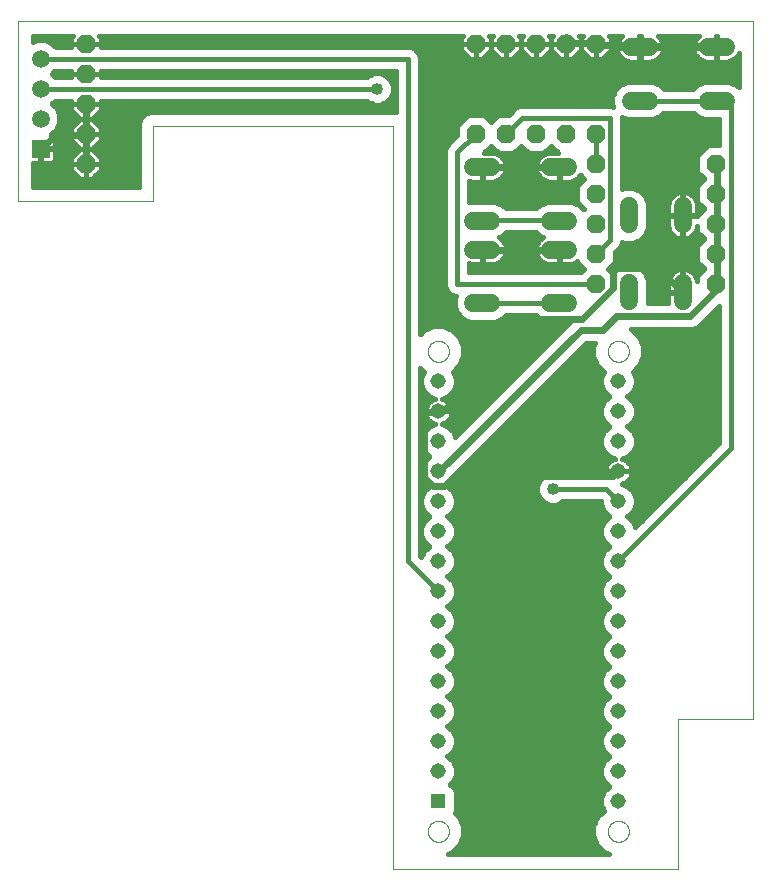
<source format=gbl>
G75*
%MOIN*%
%OFA0B0*%
%FSLAX25Y25*%
%IPPOS*%
%LPD*%
%AMOC8*
5,1,8,0,0,1.08239X$1,22.5*
%
%ADD10C,0.00000*%
%ADD11R,0.05150X0.05150*%
%ADD12C,0.05150*%
%ADD13R,0.05937X0.05937*%
%ADD14C,0.05937*%
%ADD15C,0.06000*%
%ADD16OC8,0.06300*%
%ADD17C,0.02400*%
%ADD18C,0.01600*%
%ADD19C,0.04000*%
D10*
X0126800Y0001800D02*
X0126800Y0249300D01*
X0046800Y0249300D01*
X0046800Y0224300D01*
X0001800Y0224300D01*
X0001800Y0284300D01*
X0246800Y0284300D01*
X0246800Y0051800D01*
X0221800Y0051800D01*
X0221800Y0001800D01*
X0126800Y0001800D01*
X0138300Y0014300D02*
X0138302Y0014418D01*
X0138308Y0014536D01*
X0138318Y0014654D01*
X0138332Y0014771D01*
X0138350Y0014888D01*
X0138372Y0015005D01*
X0138397Y0015120D01*
X0138427Y0015234D01*
X0138461Y0015348D01*
X0138498Y0015460D01*
X0138539Y0015571D01*
X0138584Y0015680D01*
X0138632Y0015788D01*
X0138684Y0015894D01*
X0138740Y0015999D01*
X0138799Y0016101D01*
X0138861Y0016201D01*
X0138927Y0016299D01*
X0138996Y0016395D01*
X0139069Y0016489D01*
X0139144Y0016580D01*
X0139223Y0016668D01*
X0139304Y0016754D01*
X0139389Y0016837D01*
X0139476Y0016917D01*
X0139565Y0016994D01*
X0139658Y0017068D01*
X0139752Y0017138D01*
X0139849Y0017206D01*
X0139949Y0017270D01*
X0140050Y0017331D01*
X0140153Y0017388D01*
X0140259Y0017442D01*
X0140366Y0017493D01*
X0140474Y0017539D01*
X0140584Y0017582D01*
X0140696Y0017621D01*
X0140809Y0017657D01*
X0140923Y0017688D01*
X0141038Y0017716D01*
X0141153Y0017740D01*
X0141270Y0017760D01*
X0141387Y0017776D01*
X0141505Y0017788D01*
X0141623Y0017796D01*
X0141741Y0017800D01*
X0141859Y0017800D01*
X0141977Y0017796D01*
X0142095Y0017788D01*
X0142213Y0017776D01*
X0142330Y0017760D01*
X0142447Y0017740D01*
X0142562Y0017716D01*
X0142677Y0017688D01*
X0142791Y0017657D01*
X0142904Y0017621D01*
X0143016Y0017582D01*
X0143126Y0017539D01*
X0143234Y0017493D01*
X0143341Y0017442D01*
X0143447Y0017388D01*
X0143550Y0017331D01*
X0143651Y0017270D01*
X0143751Y0017206D01*
X0143848Y0017138D01*
X0143942Y0017068D01*
X0144035Y0016994D01*
X0144124Y0016917D01*
X0144211Y0016837D01*
X0144296Y0016754D01*
X0144377Y0016668D01*
X0144456Y0016580D01*
X0144531Y0016489D01*
X0144604Y0016395D01*
X0144673Y0016299D01*
X0144739Y0016201D01*
X0144801Y0016101D01*
X0144860Y0015999D01*
X0144916Y0015894D01*
X0144968Y0015788D01*
X0145016Y0015680D01*
X0145061Y0015571D01*
X0145102Y0015460D01*
X0145139Y0015348D01*
X0145173Y0015234D01*
X0145203Y0015120D01*
X0145228Y0015005D01*
X0145250Y0014888D01*
X0145268Y0014771D01*
X0145282Y0014654D01*
X0145292Y0014536D01*
X0145298Y0014418D01*
X0145300Y0014300D01*
X0145298Y0014182D01*
X0145292Y0014064D01*
X0145282Y0013946D01*
X0145268Y0013829D01*
X0145250Y0013712D01*
X0145228Y0013595D01*
X0145203Y0013480D01*
X0145173Y0013366D01*
X0145139Y0013252D01*
X0145102Y0013140D01*
X0145061Y0013029D01*
X0145016Y0012920D01*
X0144968Y0012812D01*
X0144916Y0012706D01*
X0144860Y0012601D01*
X0144801Y0012499D01*
X0144739Y0012399D01*
X0144673Y0012301D01*
X0144604Y0012205D01*
X0144531Y0012111D01*
X0144456Y0012020D01*
X0144377Y0011932D01*
X0144296Y0011846D01*
X0144211Y0011763D01*
X0144124Y0011683D01*
X0144035Y0011606D01*
X0143942Y0011532D01*
X0143848Y0011462D01*
X0143751Y0011394D01*
X0143651Y0011330D01*
X0143550Y0011269D01*
X0143447Y0011212D01*
X0143341Y0011158D01*
X0143234Y0011107D01*
X0143126Y0011061D01*
X0143016Y0011018D01*
X0142904Y0010979D01*
X0142791Y0010943D01*
X0142677Y0010912D01*
X0142562Y0010884D01*
X0142447Y0010860D01*
X0142330Y0010840D01*
X0142213Y0010824D01*
X0142095Y0010812D01*
X0141977Y0010804D01*
X0141859Y0010800D01*
X0141741Y0010800D01*
X0141623Y0010804D01*
X0141505Y0010812D01*
X0141387Y0010824D01*
X0141270Y0010840D01*
X0141153Y0010860D01*
X0141038Y0010884D01*
X0140923Y0010912D01*
X0140809Y0010943D01*
X0140696Y0010979D01*
X0140584Y0011018D01*
X0140474Y0011061D01*
X0140366Y0011107D01*
X0140259Y0011158D01*
X0140153Y0011212D01*
X0140050Y0011269D01*
X0139949Y0011330D01*
X0139849Y0011394D01*
X0139752Y0011462D01*
X0139658Y0011532D01*
X0139565Y0011606D01*
X0139476Y0011683D01*
X0139389Y0011763D01*
X0139304Y0011846D01*
X0139223Y0011932D01*
X0139144Y0012020D01*
X0139069Y0012111D01*
X0138996Y0012205D01*
X0138927Y0012301D01*
X0138861Y0012399D01*
X0138799Y0012499D01*
X0138740Y0012601D01*
X0138684Y0012706D01*
X0138632Y0012812D01*
X0138584Y0012920D01*
X0138539Y0013029D01*
X0138498Y0013140D01*
X0138461Y0013252D01*
X0138427Y0013366D01*
X0138397Y0013480D01*
X0138372Y0013595D01*
X0138350Y0013712D01*
X0138332Y0013829D01*
X0138318Y0013946D01*
X0138308Y0014064D01*
X0138302Y0014182D01*
X0138300Y0014300D01*
X0198300Y0014300D02*
X0198302Y0014418D01*
X0198308Y0014536D01*
X0198318Y0014654D01*
X0198332Y0014771D01*
X0198350Y0014888D01*
X0198372Y0015005D01*
X0198397Y0015120D01*
X0198427Y0015234D01*
X0198461Y0015348D01*
X0198498Y0015460D01*
X0198539Y0015571D01*
X0198584Y0015680D01*
X0198632Y0015788D01*
X0198684Y0015894D01*
X0198740Y0015999D01*
X0198799Y0016101D01*
X0198861Y0016201D01*
X0198927Y0016299D01*
X0198996Y0016395D01*
X0199069Y0016489D01*
X0199144Y0016580D01*
X0199223Y0016668D01*
X0199304Y0016754D01*
X0199389Y0016837D01*
X0199476Y0016917D01*
X0199565Y0016994D01*
X0199658Y0017068D01*
X0199752Y0017138D01*
X0199849Y0017206D01*
X0199949Y0017270D01*
X0200050Y0017331D01*
X0200153Y0017388D01*
X0200259Y0017442D01*
X0200366Y0017493D01*
X0200474Y0017539D01*
X0200584Y0017582D01*
X0200696Y0017621D01*
X0200809Y0017657D01*
X0200923Y0017688D01*
X0201038Y0017716D01*
X0201153Y0017740D01*
X0201270Y0017760D01*
X0201387Y0017776D01*
X0201505Y0017788D01*
X0201623Y0017796D01*
X0201741Y0017800D01*
X0201859Y0017800D01*
X0201977Y0017796D01*
X0202095Y0017788D01*
X0202213Y0017776D01*
X0202330Y0017760D01*
X0202447Y0017740D01*
X0202562Y0017716D01*
X0202677Y0017688D01*
X0202791Y0017657D01*
X0202904Y0017621D01*
X0203016Y0017582D01*
X0203126Y0017539D01*
X0203234Y0017493D01*
X0203341Y0017442D01*
X0203447Y0017388D01*
X0203550Y0017331D01*
X0203651Y0017270D01*
X0203751Y0017206D01*
X0203848Y0017138D01*
X0203942Y0017068D01*
X0204035Y0016994D01*
X0204124Y0016917D01*
X0204211Y0016837D01*
X0204296Y0016754D01*
X0204377Y0016668D01*
X0204456Y0016580D01*
X0204531Y0016489D01*
X0204604Y0016395D01*
X0204673Y0016299D01*
X0204739Y0016201D01*
X0204801Y0016101D01*
X0204860Y0015999D01*
X0204916Y0015894D01*
X0204968Y0015788D01*
X0205016Y0015680D01*
X0205061Y0015571D01*
X0205102Y0015460D01*
X0205139Y0015348D01*
X0205173Y0015234D01*
X0205203Y0015120D01*
X0205228Y0015005D01*
X0205250Y0014888D01*
X0205268Y0014771D01*
X0205282Y0014654D01*
X0205292Y0014536D01*
X0205298Y0014418D01*
X0205300Y0014300D01*
X0205298Y0014182D01*
X0205292Y0014064D01*
X0205282Y0013946D01*
X0205268Y0013829D01*
X0205250Y0013712D01*
X0205228Y0013595D01*
X0205203Y0013480D01*
X0205173Y0013366D01*
X0205139Y0013252D01*
X0205102Y0013140D01*
X0205061Y0013029D01*
X0205016Y0012920D01*
X0204968Y0012812D01*
X0204916Y0012706D01*
X0204860Y0012601D01*
X0204801Y0012499D01*
X0204739Y0012399D01*
X0204673Y0012301D01*
X0204604Y0012205D01*
X0204531Y0012111D01*
X0204456Y0012020D01*
X0204377Y0011932D01*
X0204296Y0011846D01*
X0204211Y0011763D01*
X0204124Y0011683D01*
X0204035Y0011606D01*
X0203942Y0011532D01*
X0203848Y0011462D01*
X0203751Y0011394D01*
X0203651Y0011330D01*
X0203550Y0011269D01*
X0203447Y0011212D01*
X0203341Y0011158D01*
X0203234Y0011107D01*
X0203126Y0011061D01*
X0203016Y0011018D01*
X0202904Y0010979D01*
X0202791Y0010943D01*
X0202677Y0010912D01*
X0202562Y0010884D01*
X0202447Y0010860D01*
X0202330Y0010840D01*
X0202213Y0010824D01*
X0202095Y0010812D01*
X0201977Y0010804D01*
X0201859Y0010800D01*
X0201741Y0010800D01*
X0201623Y0010804D01*
X0201505Y0010812D01*
X0201387Y0010824D01*
X0201270Y0010840D01*
X0201153Y0010860D01*
X0201038Y0010884D01*
X0200923Y0010912D01*
X0200809Y0010943D01*
X0200696Y0010979D01*
X0200584Y0011018D01*
X0200474Y0011061D01*
X0200366Y0011107D01*
X0200259Y0011158D01*
X0200153Y0011212D01*
X0200050Y0011269D01*
X0199949Y0011330D01*
X0199849Y0011394D01*
X0199752Y0011462D01*
X0199658Y0011532D01*
X0199565Y0011606D01*
X0199476Y0011683D01*
X0199389Y0011763D01*
X0199304Y0011846D01*
X0199223Y0011932D01*
X0199144Y0012020D01*
X0199069Y0012111D01*
X0198996Y0012205D01*
X0198927Y0012301D01*
X0198861Y0012399D01*
X0198799Y0012499D01*
X0198740Y0012601D01*
X0198684Y0012706D01*
X0198632Y0012812D01*
X0198584Y0012920D01*
X0198539Y0013029D01*
X0198498Y0013140D01*
X0198461Y0013252D01*
X0198427Y0013366D01*
X0198397Y0013480D01*
X0198372Y0013595D01*
X0198350Y0013712D01*
X0198332Y0013829D01*
X0198318Y0013946D01*
X0198308Y0014064D01*
X0198302Y0014182D01*
X0198300Y0014300D01*
X0198300Y0174300D02*
X0198302Y0174418D01*
X0198308Y0174536D01*
X0198318Y0174654D01*
X0198332Y0174771D01*
X0198350Y0174888D01*
X0198372Y0175005D01*
X0198397Y0175120D01*
X0198427Y0175234D01*
X0198461Y0175348D01*
X0198498Y0175460D01*
X0198539Y0175571D01*
X0198584Y0175680D01*
X0198632Y0175788D01*
X0198684Y0175894D01*
X0198740Y0175999D01*
X0198799Y0176101D01*
X0198861Y0176201D01*
X0198927Y0176299D01*
X0198996Y0176395D01*
X0199069Y0176489D01*
X0199144Y0176580D01*
X0199223Y0176668D01*
X0199304Y0176754D01*
X0199389Y0176837D01*
X0199476Y0176917D01*
X0199565Y0176994D01*
X0199658Y0177068D01*
X0199752Y0177138D01*
X0199849Y0177206D01*
X0199949Y0177270D01*
X0200050Y0177331D01*
X0200153Y0177388D01*
X0200259Y0177442D01*
X0200366Y0177493D01*
X0200474Y0177539D01*
X0200584Y0177582D01*
X0200696Y0177621D01*
X0200809Y0177657D01*
X0200923Y0177688D01*
X0201038Y0177716D01*
X0201153Y0177740D01*
X0201270Y0177760D01*
X0201387Y0177776D01*
X0201505Y0177788D01*
X0201623Y0177796D01*
X0201741Y0177800D01*
X0201859Y0177800D01*
X0201977Y0177796D01*
X0202095Y0177788D01*
X0202213Y0177776D01*
X0202330Y0177760D01*
X0202447Y0177740D01*
X0202562Y0177716D01*
X0202677Y0177688D01*
X0202791Y0177657D01*
X0202904Y0177621D01*
X0203016Y0177582D01*
X0203126Y0177539D01*
X0203234Y0177493D01*
X0203341Y0177442D01*
X0203447Y0177388D01*
X0203550Y0177331D01*
X0203651Y0177270D01*
X0203751Y0177206D01*
X0203848Y0177138D01*
X0203942Y0177068D01*
X0204035Y0176994D01*
X0204124Y0176917D01*
X0204211Y0176837D01*
X0204296Y0176754D01*
X0204377Y0176668D01*
X0204456Y0176580D01*
X0204531Y0176489D01*
X0204604Y0176395D01*
X0204673Y0176299D01*
X0204739Y0176201D01*
X0204801Y0176101D01*
X0204860Y0175999D01*
X0204916Y0175894D01*
X0204968Y0175788D01*
X0205016Y0175680D01*
X0205061Y0175571D01*
X0205102Y0175460D01*
X0205139Y0175348D01*
X0205173Y0175234D01*
X0205203Y0175120D01*
X0205228Y0175005D01*
X0205250Y0174888D01*
X0205268Y0174771D01*
X0205282Y0174654D01*
X0205292Y0174536D01*
X0205298Y0174418D01*
X0205300Y0174300D01*
X0205298Y0174182D01*
X0205292Y0174064D01*
X0205282Y0173946D01*
X0205268Y0173829D01*
X0205250Y0173712D01*
X0205228Y0173595D01*
X0205203Y0173480D01*
X0205173Y0173366D01*
X0205139Y0173252D01*
X0205102Y0173140D01*
X0205061Y0173029D01*
X0205016Y0172920D01*
X0204968Y0172812D01*
X0204916Y0172706D01*
X0204860Y0172601D01*
X0204801Y0172499D01*
X0204739Y0172399D01*
X0204673Y0172301D01*
X0204604Y0172205D01*
X0204531Y0172111D01*
X0204456Y0172020D01*
X0204377Y0171932D01*
X0204296Y0171846D01*
X0204211Y0171763D01*
X0204124Y0171683D01*
X0204035Y0171606D01*
X0203942Y0171532D01*
X0203848Y0171462D01*
X0203751Y0171394D01*
X0203651Y0171330D01*
X0203550Y0171269D01*
X0203447Y0171212D01*
X0203341Y0171158D01*
X0203234Y0171107D01*
X0203126Y0171061D01*
X0203016Y0171018D01*
X0202904Y0170979D01*
X0202791Y0170943D01*
X0202677Y0170912D01*
X0202562Y0170884D01*
X0202447Y0170860D01*
X0202330Y0170840D01*
X0202213Y0170824D01*
X0202095Y0170812D01*
X0201977Y0170804D01*
X0201859Y0170800D01*
X0201741Y0170800D01*
X0201623Y0170804D01*
X0201505Y0170812D01*
X0201387Y0170824D01*
X0201270Y0170840D01*
X0201153Y0170860D01*
X0201038Y0170884D01*
X0200923Y0170912D01*
X0200809Y0170943D01*
X0200696Y0170979D01*
X0200584Y0171018D01*
X0200474Y0171061D01*
X0200366Y0171107D01*
X0200259Y0171158D01*
X0200153Y0171212D01*
X0200050Y0171269D01*
X0199949Y0171330D01*
X0199849Y0171394D01*
X0199752Y0171462D01*
X0199658Y0171532D01*
X0199565Y0171606D01*
X0199476Y0171683D01*
X0199389Y0171763D01*
X0199304Y0171846D01*
X0199223Y0171932D01*
X0199144Y0172020D01*
X0199069Y0172111D01*
X0198996Y0172205D01*
X0198927Y0172301D01*
X0198861Y0172399D01*
X0198799Y0172499D01*
X0198740Y0172601D01*
X0198684Y0172706D01*
X0198632Y0172812D01*
X0198584Y0172920D01*
X0198539Y0173029D01*
X0198498Y0173140D01*
X0198461Y0173252D01*
X0198427Y0173366D01*
X0198397Y0173480D01*
X0198372Y0173595D01*
X0198350Y0173712D01*
X0198332Y0173829D01*
X0198318Y0173946D01*
X0198308Y0174064D01*
X0198302Y0174182D01*
X0198300Y0174300D01*
X0138300Y0174300D02*
X0138302Y0174418D01*
X0138308Y0174536D01*
X0138318Y0174654D01*
X0138332Y0174771D01*
X0138350Y0174888D01*
X0138372Y0175005D01*
X0138397Y0175120D01*
X0138427Y0175234D01*
X0138461Y0175348D01*
X0138498Y0175460D01*
X0138539Y0175571D01*
X0138584Y0175680D01*
X0138632Y0175788D01*
X0138684Y0175894D01*
X0138740Y0175999D01*
X0138799Y0176101D01*
X0138861Y0176201D01*
X0138927Y0176299D01*
X0138996Y0176395D01*
X0139069Y0176489D01*
X0139144Y0176580D01*
X0139223Y0176668D01*
X0139304Y0176754D01*
X0139389Y0176837D01*
X0139476Y0176917D01*
X0139565Y0176994D01*
X0139658Y0177068D01*
X0139752Y0177138D01*
X0139849Y0177206D01*
X0139949Y0177270D01*
X0140050Y0177331D01*
X0140153Y0177388D01*
X0140259Y0177442D01*
X0140366Y0177493D01*
X0140474Y0177539D01*
X0140584Y0177582D01*
X0140696Y0177621D01*
X0140809Y0177657D01*
X0140923Y0177688D01*
X0141038Y0177716D01*
X0141153Y0177740D01*
X0141270Y0177760D01*
X0141387Y0177776D01*
X0141505Y0177788D01*
X0141623Y0177796D01*
X0141741Y0177800D01*
X0141859Y0177800D01*
X0141977Y0177796D01*
X0142095Y0177788D01*
X0142213Y0177776D01*
X0142330Y0177760D01*
X0142447Y0177740D01*
X0142562Y0177716D01*
X0142677Y0177688D01*
X0142791Y0177657D01*
X0142904Y0177621D01*
X0143016Y0177582D01*
X0143126Y0177539D01*
X0143234Y0177493D01*
X0143341Y0177442D01*
X0143447Y0177388D01*
X0143550Y0177331D01*
X0143651Y0177270D01*
X0143751Y0177206D01*
X0143848Y0177138D01*
X0143942Y0177068D01*
X0144035Y0176994D01*
X0144124Y0176917D01*
X0144211Y0176837D01*
X0144296Y0176754D01*
X0144377Y0176668D01*
X0144456Y0176580D01*
X0144531Y0176489D01*
X0144604Y0176395D01*
X0144673Y0176299D01*
X0144739Y0176201D01*
X0144801Y0176101D01*
X0144860Y0175999D01*
X0144916Y0175894D01*
X0144968Y0175788D01*
X0145016Y0175680D01*
X0145061Y0175571D01*
X0145102Y0175460D01*
X0145139Y0175348D01*
X0145173Y0175234D01*
X0145203Y0175120D01*
X0145228Y0175005D01*
X0145250Y0174888D01*
X0145268Y0174771D01*
X0145282Y0174654D01*
X0145292Y0174536D01*
X0145298Y0174418D01*
X0145300Y0174300D01*
X0145298Y0174182D01*
X0145292Y0174064D01*
X0145282Y0173946D01*
X0145268Y0173829D01*
X0145250Y0173712D01*
X0145228Y0173595D01*
X0145203Y0173480D01*
X0145173Y0173366D01*
X0145139Y0173252D01*
X0145102Y0173140D01*
X0145061Y0173029D01*
X0145016Y0172920D01*
X0144968Y0172812D01*
X0144916Y0172706D01*
X0144860Y0172601D01*
X0144801Y0172499D01*
X0144739Y0172399D01*
X0144673Y0172301D01*
X0144604Y0172205D01*
X0144531Y0172111D01*
X0144456Y0172020D01*
X0144377Y0171932D01*
X0144296Y0171846D01*
X0144211Y0171763D01*
X0144124Y0171683D01*
X0144035Y0171606D01*
X0143942Y0171532D01*
X0143848Y0171462D01*
X0143751Y0171394D01*
X0143651Y0171330D01*
X0143550Y0171269D01*
X0143447Y0171212D01*
X0143341Y0171158D01*
X0143234Y0171107D01*
X0143126Y0171061D01*
X0143016Y0171018D01*
X0142904Y0170979D01*
X0142791Y0170943D01*
X0142677Y0170912D01*
X0142562Y0170884D01*
X0142447Y0170860D01*
X0142330Y0170840D01*
X0142213Y0170824D01*
X0142095Y0170812D01*
X0141977Y0170804D01*
X0141859Y0170800D01*
X0141741Y0170800D01*
X0141623Y0170804D01*
X0141505Y0170812D01*
X0141387Y0170824D01*
X0141270Y0170840D01*
X0141153Y0170860D01*
X0141038Y0170884D01*
X0140923Y0170912D01*
X0140809Y0170943D01*
X0140696Y0170979D01*
X0140584Y0171018D01*
X0140474Y0171061D01*
X0140366Y0171107D01*
X0140259Y0171158D01*
X0140153Y0171212D01*
X0140050Y0171269D01*
X0139949Y0171330D01*
X0139849Y0171394D01*
X0139752Y0171462D01*
X0139658Y0171532D01*
X0139565Y0171606D01*
X0139476Y0171683D01*
X0139389Y0171763D01*
X0139304Y0171846D01*
X0139223Y0171932D01*
X0139144Y0172020D01*
X0139069Y0172111D01*
X0138996Y0172205D01*
X0138927Y0172301D01*
X0138861Y0172399D01*
X0138799Y0172499D01*
X0138740Y0172601D01*
X0138684Y0172706D01*
X0138632Y0172812D01*
X0138584Y0172920D01*
X0138539Y0173029D01*
X0138498Y0173140D01*
X0138461Y0173252D01*
X0138427Y0173366D01*
X0138397Y0173480D01*
X0138372Y0173595D01*
X0138350Y0173712D01*
X0138332Y0173829D01*
X0138318Y0173946D01*
X0138308Y0174064D01*
X0138302Y0174182D01*
X0138300Y0174300D01*
D11*
X0141800Y0024300D03*
D12*
X0141800Y0034300D03*
X0141800Y0044300D03*
X0141800Y0054300D03*
X0141800Y0064300D03*
X0141800Y0074300D03*
X0141800Y0084300D03*
X0141800Y0094300D03*
X0141800Y0104300D03*
X0141800Y0114300D03*
X0141800Y0124300D03*
X0141800Y0134300D03*
X0141800Y0144300D03*
X0141800Y0154300D03*
X0141800Y0164300D03*
X0201800Y0164300D03*
X0201800Y0154300D03*
X0201800Y0144300D03*
X0201800Y0134300D03*
X0201800Y0124300D03*
X0201800Y0114300D03*
X0201800Y0104300D03*
X0201800Y0094300D03*
X0201800Y0084300D03*
X0201800Y0074300D03*
X0201800Y0064300D03*
X0201800Y0054300D03*
X0201800Y0044300D03*
X0201800Y0034300D03*
X0201800Y0024300D03*
D13*
X0009300Y0241800D03*
D14*
X0009300Y0251800D03*
X0009300Y0261800D03*
X0009300Y0271800D03*
D15*
X0153500Y0235700D02*
X0159500Y0235700D01*
X0159500Y0217900D02*
X0153500Y0217900D01*
X0153500Y0208200D02*
X0159500Y0208200D01*
X0159500Y0190400D02*
X0153500Y0190400D01*
X0179100Y0190400D02*
X0185100Y0190400D01*
X0185100Y0208200D02*
X0179100Y0208200D01*
X0179100Y0217900D02*
X0185100Y0217900D01*
X0185100Y0235700D02*
X0179100Y0235700D01*
X0205400Y0222600D02*
X0205400Y0216600D01*
X0205400Y0197000D02*
X0205400Y0191000D01*
X0223200Y0191000D02*
X0223200Y0197000D01*
X0223200Y0216600D02*
X0223200Y0222600D01*
X0231600Y0257900D02*
X0237600Y0257900D01*
X0237600Y0275700D02*
X0231600Y0275700D01*
X0212000Y0275700D02*
X0206000Y0275700D01*
X0206000Y0257900D02*
X0212000Y0257900D01*
D16*
X0194300Y0246800D03*
X0194300Y0236800D03*
X0194300Y0226800D03*
X0194300Y0216800D03*
X0194300Y0206800D03*
X0194300Y0196800D03*
X0234300Y0196800D03*
X0234300Y0206800D03*
X0234300Y0216800D03*
X0234300Y0226800D03*
X0234300Y0236800D03*
X0194300Y0276800D03*
X0184300Y0276800D03*
X0174300Y0276800D03*
X0164300Y0276800D03*
X0154300Y0276800D03*
X0154300Y0246800D03*
X0164300Y0246800D03*
X0174300Y0246800D03*
X0184300Y0246800D03*
X0024300Y0246800D03*
X0024300Y0256800D03*
X0024300Y0266800D03*
X0024300Y0276800D03*
X0024300Y0236800D03*
D17*
X0024438Y0237154D01*
X0024438Y0245520D01*
X0024300Y0246800D01*
X0024438Y0247981D01*
X0024438Y0256347D01*
X0024300Y0256800D01*
X0024300Y0246800D02*
X0023946Y0246505D01*
X0014103Y0246505D01*
X0009674Y0242076D01*
X0009300Y0241800D01*
X0137135Y0153985D02*
X0137135Y0132331D01*
X0140087Y0129379D01*
X0143532Y0129379D01*
X0146977Y0132824D01*
X0200127Y0132824D01*
X0201603Y0134300D01*
X0201800Y0134300D01*
X0196682Y0181544D02*
X0189300Y0181544D01*
X0142056Y0134300D01*
X0141800Y0134300D01*
X0141564Y0153985D02*
X0137135Y0153985D01*
X0141564Y0153985D02*
X0141800Y0154300D01*
X0143040Y0153985D01*
X0174044Y0184989D01*
X0189792Y0184989D01*
X0200127Y0195324D01*
X0200127Y0202213D01*
X0214891Y0202213D01*
X0222765Y0194339D01*
X0223200Y0194000D01*
X0225717Y0185973D02*
X0234083Y0194339D01*
X0234083Y0196800D01*
X0234300Y0196800D01*
X0234576Y0197784D01*
X0234576Y0206643D01*
X0234300Y0206800D01*
X0234576Y0207627D01*
X0234576Y0216485D01*
X0234300Y0216800D01*
X0234576Y0217961D01*
X0234576Y0226328D01*
X0234300Y0226800D01*
X0234576Y0227804D01*
X0234576Y0236662D01*
X0234300Y0236800D01*
X0234600Y0275700D02*
X0234576Y0276032D01*
X0209969Y0276032D01*
X0209000Y0275700D01*
X0208985Y0276032D01*
X0208493Y0276524D01*
X0194713Y0276524D01*
X0194300Y0276800D01*
X0193237Y0277017D01*
X0184379Y0277017D01*
X0184300Y0276800D01*
X0182100Y0235700D02*
X0181918Y0235678D01*
X0156820Y0235678D01*
X0156500Y0235700D01*
X0156500Y0208200D02*
X0156820Y0208119D01*
X0181918Y0208119D01*
X0182100Y0208200D01*
X0201111Y0185973D02*
X0225717Y0185973D01*
X0201111Y0185973D02*
X0196682Y0181544D01*
D18*
X0193994Y0177144D02*
X0193500Y0175951D01*
X0193500Y0172649D01*
X0194764Y0169598D01*
X0196871Y0167491D01*
X0196025Y0165449D01*
X0196025Y0163151D01*
X0196904Y0161029D01*
X0198529Y0159404D01*
X0198781Y0159300D01*
X0198529Y0159196D01*
X0196904Y0157571D01*
X0196025Y0155449D01*
X0196025Y0153151D01*
X0196904Y0151029D01*
X0198529Y0149404D01*
X0198781Y0149300D01*
X0198529Y0149196D01*
X0196904Y0147571D01*
X0196025Y0145449D01*
X0196025Y0143151D01*
X0196904Y0141029D01*
X0198529Y0139404D01*
X0200649Y0138526D01*
X0200121Y0138354D01*
X0199507Y0138042D01*
X0198950Y0137637D01*
X0198463Y0137150D01*
X0198058Y0136593D01*
X0197746Y0135979D01*
X0197533Y0135324D01*
X0197425Y0134644D01*
X0197425Y0134300D01*
X0201800Y0134300D01*
X0206175Y0134300D01*
X0206175Y0134644D01*
X0206067Y0135324D01*
X0205854Y0135979D01*
X0205542Y0136593D01*
X0205137Y0137150D01*
X0204650Y0137637D01*
X0204093Y0138042D01*
X0203479Y0138354D01*
X0202951Y0138526D01*
X0205071Y0139404D01*
X0206696Y0141029D01*
X0207575Y0143151D01*
X0207575Y0145449D01*
X0206696Y0147571D01*
X0205071Y0149196D01*
X0204819Y0149300D01*
X0205071Y0149404D01*
X0206696Y0151029D01*
X0207575Y0153151D01*
X0207575Y0155449D01*
X0206696Y0157571D01*
X0205071Y0159196D01*
X0204819Y0159300D01*
X0205071Y0159404D01*
X0206696Y0161029D01*
X0207575Y0163151D01*
X0207575Y0165449D01*
X0206729Y0167491D01*
X0208836Y0169598D01*
X0210100Y0172649D01*
X0210100Y0175951D01*
X0208836Y0179002D01*
X0206502Y0181336D01*
X0205930Y0181573D01*
X0226593Y0181573D01*
X0228210Y0182243D01*
X0235497Y0189530D01*
X0235497Y0143831D01*
X0207440Y0115774D01*
X0206696Y0117571D01*
X0205071Y0119196D01*
X0204819Y0119300D01*
X0205071Y0119404D01*
X0206696Y0121029D01*
X0207575Y0123151D01*
X0207575Y0125449D01*
X0206696Y0127571D01*
X0205071Y0129196D01*
X0202951Y0130074D01*
X0203479Y0130246D01*
X0204093Y0130558D01*
X0204650Y0130963D01*
X0205137Y0131450D01*
X0205542Y0132007D01*
X0205854Y0132621D01*
X0206067Y0133276D01*
X0206175Y0133956D01*
X0206175Y0134300D01*
X0201800Y0134300D01*
X0201800Y0134300D01*
X0201800Y0134300D01*
X0197425Y0134300D01*
X0197425Y0133956D01*
X0197533Y0133276D01*
X0197746Y0132621D01*
X0197861Y0132394D01*
X0183304Y0132394D01*
X0182895Y0132803D01*
X0180984Y0133594D01*
X0178915Y0133594D01*
X0177004Y0132803D01*
X0175541Y0131340D01*
X0174750Y0129429D01*
X0174750Y0127360D01*
X0175541Y0125449D01*
X0177004Y0123986D01*
X0178915Y0123194D01*
X0180984Y0123194D01*
X0182895Y0123986D01*
X0183304Y0124394D01*
X0196009Y0124394D01*
X0196025Y0124379D01*
X0196025Y0123151D01*
X0196904Y0121029D01*
X0198529Y0119404D01*
X0198781Y0119300D01*
X0198529Y0119196D01*
X0196904Y0117571D01*
X0196025Y0115449D01*
X0196025Y0113151D01*
X0196904Y0111029D01*
X0198529Y0109404D01*
X0198781Y0109300D01*
X0198529Y0109196D01*
X0196904Y0107571D01*
X0196025Y0105449D01*
X0196025Y0103151D01*
X0196904Y0101029D01*
X0198529Y0099404D01*
X0198781Y0099300D01*
X0198529Y0099196D01*
X0196904Y0097571D01*
X0196025Y0095449D01*
X0196025Y0093151D01*
X0196904Y0091029D01*
X0198529Y0089404D01*
X0198781Y0089300D01*
X0198529Y0089196D01*
X0196904Y0087571D01*
X0196025Y0085449D01*
X0196025Y0083151D01*
X0196904Y0081029D01*
X0198529Y0079404D01*
X0198781Y0079300D01*
X0198529Y0079196D01*
X0196904Y0077571D01*
X0196025Y0075449D01*
X0196025Y0073151D01*
X0196904Y0071029D01*
X0198529Y0069404D01*
X0198781Y0069300D01*
X0198529Y0069196D01*
X0196904Y0067571D01*
X0196025Y0065449D01*
X0196025Y0063151D01*
X0196904Y0061029D01*
X0198529Y0059404D01*
X0198781Y0059300D01*
X0198529Y0059196D01*
X0196904Y0057571D01*
X0196025Y0055449D01*
X0196025Y0053151D01*
X0196904Y0051029D01*
X0198529Y0049404D01*
X0198781Y0049300D01*
X0198529Y0049196D01*
X0196904Y0047571D01*
X0196025Y0045449D01*
X0196025Y0043151D01*
X0196904Y0041029D01*
X0198529Y0039404D01*
X0198781Y0039300D01*
X0198529Y0039196D01*
X0196904Y0037571D01*
X0196025Y0035449D01*
X0196025Y0033151D01*
X0196904Y0031029D01*
X0198529Y0029404D01*
X0198781Y0029300D01*
X0198529Y0029196D01*
X0196904Y0027571D01*
X0196025Y0025449D01*
X0196025Y0023151D01*
X0196871Y0021109D01*
X0194764Y0019002D01*
X0193500Y0015951D01*
X0193500Y0012649D01*
X0194764Y0009598D01*
X0197098Y0007264D01*
X0198701Y0006600D01*
X0144899Y0006600D01*
X0146502Y0007264D01*
X0148836Y0009598D01*
X0150100Y0012649D01*
X0150100Y0015951D01*
X0148836Y0019002D01*
X0147333Y0020505D01*
X0147575Y0021089D01*
X0147575Y0027511D01*
X0147088Y0028687D01*
X0146187Y0029588D01*
X0145528Y0029861D01*
X0146696Y0031029D01*
X0147575Y0033151D01*
X0147575Y0035449D01*
X0146696Y0037571D01*
X0145071Y0039196D01*
X0144819Y0039300D01*
X0145071Y0039404D01*
X0146696Y0041029D01*
X0147575Y0043151D01*
X0147575Y0045449D01*
X0146696Y0047571D01*
X0145071Y0049196D01*
X0144819Y0049300D01*
X0145071Y0049404D01*
X0146696Y0051029D01*
X0147575Y0053151D01*
X0147575Y0055449D01*
X0146696Y0057571D01*
X0145071Y0059196D01*
X0144819Y0059300D01*
X0145071Y0059404D01*
X0146696Y0061029D01*
X0147575Y0063151D01*
X0147575Y0065449D01*
X0146696Y0067571D01*
X0145071Y0069196D01*
X0144819Y0069300D01*
X0145071Y0069404D01*
X0146696Y0071029D01*
X0147575Y0073151D01*
X0147575Y0075449D01*
X0146696Y0077571D01*
X0145071Y0079196D01*
X0144819Y0079300D01*
X0145071Y0079404D01*
X0146696Y0081029D01*
X0147575Y0083151D01*
X0147575Y0085449D01*
X0146696Y0087571D01*
X0145071Y0089196D01*
X0144819Y0089300D01*
X0145071Y0089404D01*
X0146696Y0091029D01*
X0147575Y0093151D01*
X0147575Y0095449D01*
X0146696Y0097571D01*
X0145071Y0099196D01*
X0144819Y0099300D01*
X0145071Y0099404D01*
X0146696Y0101029D01*
X0147575Y0103151D01*
X0147575Y0105449D01*
X0146696Y0107571D01*
X0145071Y0109196D01*
X0144819Y0109300D01*
X0145071Y0109404D01*
X0146696Y0111029D01*
X0147575Y0113151D01*
X0147575Y0115449D01*
X0146696Y0117571D01*
X0145071Y0119196D01*
X0144819Y0119300D01*
X0145071Y0119404D01*
X0146696Y0121029D01*
X0147575Y0123151D01*
X0147575Y0125449D01*
X0146696Y0127571D01*
X0145071Y0129196D01*
X0144819Y0129300D01*
X0145071Y0129404D01*
X0146696Y0131029D01*
X0147575Y0133151D01*
X0147575Y0133596D01*
X0191123Y0177144D01*
X0193994Y0177144D01*
X0193929Y0176986D02*
X0190964Y0176986D01*
X0189366Y0175387D02*
X0193500Y0175387D01*
X0193500Y0173789D02*
X0187767Y0173789D01*
X0186169Y0172190D02*
X0193690Y0172190D01*
X0194352Y0170592D02*
X0184570Y0170592D01*
X0182972Y0168993D02*
X0195369Y0168993D01*
X0196831Y0167395D02*
X0181373Y0167395D01*
X0179774Y0165796D02*
X0196169Y0165796D01*
X0196025Y0164198D02*
X0178176Y0164198D01*
X0176577Y0162599D02*
X0196254Y0162599D01*
X0196933Y0161001D02*
X0174979Y0161001D01*
X0173380Y0159402D02*
X0198534Y0159402D01*
X0197137Y0157803D02*
X0171782Y0157803D01*
X0170183Y0156205D02*
X0196338Y0156205D01*
X0196025Y0154606D02*
X0168585Y0154606D01*
X0166986Y0153008D02*
X0196085Y0153008D01*
X0196747Y0151409D02*
X0165388Y0151409D01*
X0163789Y0149811D02*
X0198122Y0149811D01*
X0197546Y0148212D02*
X0162191Y0148212D01*
X0160592Y0146614D02*
X0196508Y0146614D01*
X0196025Y0145015D02*
X0158994Y0145015D01*
X0157395Y0143417D02*
X0196025Y0143417D01*
X0196577Y0141818D02*
X0155797Y0141818D01*
X0154198Y0140220D02*
X0197713Y0140220D01*
X0200419Y0138621D02*
X0152600Y0138621D01*
X0151001Y0137023D02*
X0198371Y0137023D01*
X0197565Y0135424D02*
X0149403Y0135424D01*
X0147804Y0133826D02*
X0197446Y0133826D01*
X0197666Y0128394D02*
X0179950Y0128394D01*
X0176429Y0132227D02*
X0147192Y0132227D01*
X0146296Y0130629D02*
X0175247Y0130629D01*
X0174750Y0129030D02*
X0145237Y0129030D01*
X0146753Y0127432D02*
X0174750Y0127432D01*
X0175382Y0125833D02*
X0147415Y0125833D01*
X0147575Y0124235D02*
X0176755Y0124235D01*
X0183144Y0124235D02*
X0196025Y0124235D01*
X0196239Y0122636D02*
X0147361Y0122636D01*
X0146699Y0121038D02*
X0196901Y0121038D01*
X0198494Y0119439D02*
X0145106Y0119439D01*
X0146426Y0117841D02*
X0197174Y0117841D01*
X0196354Y0116242D02*
X0147246Y0116242D01*
X0147575Y0114644D02*
X0196025Y0114644D01*
X0196069Y0113045D02*
X0147531Y0113045D01*
X0146869Y0111447D02*
X0196731Y0111447D01*
X0198085Y0109848D02*
X0145515Y0109848D01*
X0146017Y0108250D02*
X0197583Y0108250D01*
X0196523Y0106651D02*
X0147077Y0106651D01*
X0147575Y0105053D02*
X0196025Y0105053D01*
X0196025Y0103454D02*
X0147575Y0103454D01*
X0147038Y0101856D02*
X0196562Y0101856D01*
X0197676Y0100257D02*
X0145924Y0100257D01*
X0145608Y0098659D02*
X0197992Y0098659D01*
X0196693Y0097060D02*
X0146907Y0097060D01*
X0147569Y0095462D02*
X0196031Y0095462D01*
X0196025Y0093863D02*
X0147575Y0093863D01*
X0147207Y0092265D02*
X0196393Y0092265D01*
X0197267Y0090666D02*
X0146333Y0090666D01*
X0145199Y0089068D02*
X0198401Y0089068D01*
X0196862Y0087469D02*
X0146738Y0087469D01*
X0147400Y0085870D02*
X0196200Y0085870D01*
X0196025Y0084272D02*
X0147575Y0084272D01*
X0147377Y0082673D02*
X0196223Y0082673D01*
X0196885Y0081075D02*
X0146715Y0081075D01*
X0145143Y0079476D02*
X0198457Y0079476D01*
X0197211Y0077878D02*
X0146389Y0077878D01*
X0147231Y0076279D02*
X0196369Y0076279D01*
X0196025Y0074681D02*
X0147575Y0074681D01*
X0147546Y0073082D02*
X0196054Y0073082D01*
X0196716Y0071484D02*
X0146884Y0071484D01*
X0145552Y0069885D02*
X0198048Y0069885D01*
X0197620Y0068287D02*
X0145980Y0068287D01*
X0147061Y0066688D02*
X0196539Y0066688D01*
X0196025Y0065090D02*
X0147575Y0065090D01*
X0147575Y0063491D02*
X0196025Y0063491D01*
X0196546Y0061893D02*
X0147053Y0061893D01*
X0145961Y0060294D02*
X0197639Y0060294D01*
X0198029Y0058696D02*
X0145571Y0058696D01*
X0146892Y0057097D02*
X0196708Y0057097D01*
X0196046Y0055499D02*
X0147554Y0055499D01*
X0147575Y0053900D02*
X0196025Y0053900D01*
X0196377Y0052302D02*
X0147223Y0052302D01*
X0146370Y0050703D02*
X0197230Y0050703D01*
X0198438Y0049105D02*
X0145162Y0049105D01*
X0146723Y0047506D02*
X0196877Y0047506D01*
X0196215Y0045908D02*
X0147385Y0045908D01*
X0147575Y0044309D02*
X0196025Y0044309D01*
X0196208Y0042711D02*
X0147392Y0042711D01*
X0146730Y0041112D02*
X0196870Y0041112D01*
X0198420Y0039514D02*
X0145180Y0039514D01*
X0146352Y0037915D02*
X0197248Y0037915D01*
X0196385Y0036317D02*
X0147215Y0036317D01*
X0147575Y0034718D02*
X0196025Y0034718D01*
X0196038Y0033120D02*
X0147562Y0033120D01*
X0146900Y0031521D02*
X0196700Y0031521D01*
X0198011Y0029923D02*
X0145589Y0029923D01*
X0147238Y0028324D02*
X0197657Y0028324D01*
X0196554Y0026726D02*
X0147575Y0026726D01*
X0147575Y0025127D02*
X0196025Y0025127D01*
X0196025Y0023529D02*
X0147575Y0023529D01*
X0147575Y0021930D02*
X0196531Y0021930D01*
X0196094Y0020332D02*
X0147506Y0020332D01*
X0148948Y0018733D02*
X0194652Y0018733D01*
X0193990Y0017134D02*
X0149610Y0017134D01*
X0150100Y0015536D02*
X0193500Y0015536D01*
X0193500Y0013937D02*
X0150100Y0013937D01*
X0149972Y0012339D02*
X0193628Y0012339D01*
X0194291Y0010740D02*
X0149309Y0010740D01*
X0148380Y0009142D02*
X0195220Y0009142D01*
X0196819Y0007543D02*
X0146781Y0007543D01*
X0141800Y0094300D02*
X0141564Y0094438D01*
X0131721Y0104280D01*
X0131721Y0271603D01*
X0009674Y0271603D01*
X0009300Y0271800D01*
X0006600Y0277358D02*
X0006600Y0279500D01*
X0020000Y0279500D01*
X0019350Y0278850D01*
X0019350Y0276900D01*
X0024200Y0276900D01*
X0024200Y0276700D01*
X0019350Y0276700D01*
X0019350Y0275603D01*
X0014220Y0275603D01*
X0012794Y0277029D01*
X0010527Y0277968D01*
X0008073Y0277968D01*
X0006600Y0277358D01*
X0006600Y0277692D02*
X0007405Y0277692D01*
X0006600Y0279290D02*
X0019790Y0279290D01*
X0019350Y0277692D02*
X0011195Y0277692D01*
X0013730Y0276093D02*
X0019350Y0276093D01*
X0024400Y0276700D02*
X0024400Y0276900D01*
X0029250Y0276900D01*
X0029250Y0278850D01*
X0028600Y0279500D01*
X0150000Y0279500D01*
X0149350Y0278850D01*
X0149350Y0276900D01*
X0154200Y0276900D01*
X0154200Y0276700D01*
X0154400Y0276700D01*
X0154400Y0276900D01*
X0159250Y0276900D01*
X0159250Y0278850D01*
X0158600Y0279500D01*
X0160000Y0279500D01*
X0159350Y0278850D01*
X0159350Y0276900D01*
X0164200Y0276900D01*
X0164200Y0276700D01*
X0164400Y0276700D01*
X0164400Y0276900D01*
X0169250Y0276900D01*
X0169250Y0278850D01*
X0168600Y0279500D01*
X0170000Y0279500D01*
X0169350Y0278850D01*
X0169350Y0276900D01*
X0174200Y0276900D01*
X0174200Y0276700D01*
X0174400Y0276700D01*
X0174400Y0276900D01*
X0179250Y0276900D01*
X0179250Y0278850D01*
X0178600Y0279500D01*
X0180000Y0279500D01*
X0179350Y0278850D01*
X0179350Y0276900D01*
X0184200Y0276900D01*
X0184200Y0279500D01*
X0184400Y0279500D01*
X0184400Y0276900D01*
X0184200Y0276900D01*
X0184200Y0276700D01*
X0184400Y0276700D01*
X0184400Y0276900D01*
X0189250Y0276900D01*
X0189250Y0278850D01*
X0188600Y0279500D01*
X0190000Y0279500D01*
X0189350Y0278850D01*
X0189350Y0276900D01*
X0194200Y0276900D01*
X0194200Y0276700D01*
X0194400Y0276700D01*
X0194400Y0276900D01*
X0199250Y0276900D01*
X0199250Y0278850D01*
X0198600Y0279500D01*
X0203064Y0279500D01*
X0202873Y0279361D01*
X0202339Y0278827D01*
X0201895Y0278216D01*
X0201552Y0277543D01*
X0201318Y0276824D01*
X0201200Y0276078D01*
X0201200Y0275900D01*
X0208800Y0275900D01*
X0208800Y0279500D01*
X0209200Y0279500D01*
X0209200Y0275900D01*
X0208800Y0275900D01*
X0208800Y0275500D01*
X0209200Y0275500D01*
X0209200Y0275900D01*
X0216800Y0275900D01*
X0216800Y0276078D01*
X0216682Y0276824D01*
X0216448Y0277543D01*
X0216105Y0278216D01*
X0215661Y0278827D01*
X0215127Y0279361D01*
X0214936Y0279500D01*
X0228664Y0279500D01*
X0228473Y0279361D01*
X0227939Y0278827D01*
X0227495Y0278216D01*
X0227152Y0277543D01*
X0226918Y0276824D01*
X0226800Y0276078D01*
X0226800Y0275900D01*
X0234400Y0275900D01*
X0234400Y0279500D01*
X0234800Y0279500D01*
X0234800Y0275900D01*
X0234400Y0275900D01*
X0234400Y0275500D01*
X0234800Y0275500D01*
X0234800Y0270900D01*
X0237978Y0270900D01*
X0238724Y0271018D01*
X0239443Y0271252D01*
X0240116Y0271595D01*
X0240727Y0272039D01*
X0241261Y0272573D01*
X0241705Y0273184D01*
X0242000Y0273763D01*
X0242000Y0262268D01*
X0241112Y0263156D01*
X0238833Y0264100D01*
X0230367Y0264100D01*
X0228088Y0263156D01*
X0226755Y0261824D01*
X0216844Y0261824D01*
X0215512Y0263156D01*
X0213233Y0264100D01*
X0204767Y0264100D01*
X0202488Y0263156D01*
X0200744Y0261412D01*
X0199800Y0259133D01*
X0199800Y0256667D01*
X0200146Y0255832D01*
X0199938Y0255918D01*
X0168819Y0255918D01*
X0167349Y0255309D01*
X0165190Y0253150D01*
X0161670Y0253150D01*
X0159300Y0250780D01*
X0156930Y0253150D01*
X0151670Y0253150D01*
X0147950Y0249430D01*
X0147950Y0246245D01*
X0145696Y0243990D01*
X0144570Y0242865D01*
X0143961Y0241395D01*
X0143961Y0196004D01*
X0144570Y0194534D01*
X0145696Y0193409D01*
X0147166Y0192800D01*
X0147783Y0192800D01*
X0147300Y0191633D01*
X0147300Y0189167D01*
X0148244Y0186888D01*
X0149988Y0185144D01*
X0152267Y0184200D01*
X0160733Y0184200D01*
X0163012Y0185144D01*
X0164270Y0186402D01*
X0174330Y0186402D01*
X0175588Y0185144D01*
X0177867Y0184200D01*
X0185733Y0184200D01*
X0185570Y0184036D01*
X0147401Y0145868D01*
X0146696Y0147571D01*
X0145071Y0149196D01*
X0142951Y0150074D01*
X0143479Y0150246D01*
X0144093Y0150558D01*
X0144650Y0150963D01*
X0145137Y0151450D01*
X0145542Y0152007D01*
X0145854Y0152621D01*
X0146067Y0153276D01*
X0146175Y0153956D01*
X0146175Y0154300D01*
X0146175Y0154644D01*
X0146067Y0155324D01*
X0145854Y0155979D01*
X0145542Y0156593D01*
X0145137Y0157150D01*
X0144650Y0157637D01*
X0144093Y0158042D01*
X0143479Y0158354D01*
X0142951Y0158526D01*
X0145071Y0159404D01*
X0146696Y0161029D01*
X0147575Y0163151D01*
X0147575Y0165449D01*
X0146729Y0167491D01*
X0148836Y0169598D01*
X0150100Y0172649D01*
X0150100Y0175951D01*
X0148836Y0179002D01*
X0146502Y0181336D01*
X0143451Y0182600D01*
X0140149Y0182600D01*
X0137098Y0181336D01*
X0135721Y0179959D01*
X0135721Y0272399D01*
X0135112Y0273869D01*
X0133987Y0274994D01*
X0132517Y0275603D01*
X0029250Y0275603D01*
X0029250Y0276700D01*
X0024400Y0276700D01*
X0029250Y0276093D02*
X0149350Y0276093D01*
X0149350Y0276700D02*
X0149350Y0274750D01*
X0152250Y0271850D01*
X0154200Y0271850D01*
X0154200Y0276700D01*
X0149350Y0276700D01*
X0149350Y0277692D02*
X0029250Y0277692D01*
X0028810Y0279290D02*
X0149790Y0279290D01*
X0149605Y0274495D02*
X0134486Y0274495D01*
X0135515Y0272896D02*
X0151203Y0272896D01*
X0154200Y0272896D02*
X0154400Y0272896D01*
X0154400Y0271850D02*
X0156350Y0271850D01*
X0159250Y0274750D01*
X0159250Y0276700D01*
X0154400Y0276700D01*
X0154400Y0271850D01*
X0154400Y0274495D02*
X0154200Y0274495D01*
X0154200Y0276093D02*
X0154400Y0276093D01*
X0157397Y0272896D02*
X0161203Y0272896D01*
X0162250Y0271850D02*
X0159350Y0274750D01*
X0159350Y0276700D01*
X0164200Y0276700D01*
X0164200Y0271850D01*
X0162250Y0271850D01*
X0164400Y0271850D02*
X0164400Y0276700D01*
X0169250Y0276700D01*
X0169250Y0274750D01*
X0166350Y0271850D01*
X0164400Y0271850D01*
X0164400Y0272896D02*
X0164200Y0272896D01*
X0164200Y0274495D02*
X0164400Y0274495D01*
X0164400Y0276093D02*
X0164200Y0276093D01*
X0167397Y0272896D02*
X0171203Y0272896D01*
X0172250Y0271850D02*
X0169350Y0274750D01*
X0169350Y0276700D01*
X0174200Y0276700D01*
X0174200Y0271850D01*
X0172250Y0271850D01*
X0174400Y0271850D02*
X0174400Y0276700D01*
X0179250Y0276700D01*
X0179250Y0274750D01*
X0176350Y0271850D01*
X0174400Y0271850D01*
X0174400Y0272896D02*
X0174200Y0272896D01*
X0174200Y0274495D02*
X0174400Y0274495D01*
X0174400Y0276093D02*
X0174200Y0276093D01*
X0177397Y0272896D02*
X0181203Y0272896D01*
X0182250Y0271850D02*
X0179350Y0274750D01*
X0179350Y0276700D01*
X0184200Y0276700D01*
X0184200Y0271850D01*
X0182250Y0271850D01*
X0184400Y0271850D02*
X0184400Y0276700D01*
X0189250Y0276700D01*
X0189250Y0274750D01*
X0186350Y0271850D01*
X0184400Y0271850D01*
X0184400Y0272896D02*
X0184200Y0272896D01*
X0184200Y0274495D02*
X0184400Y0274495D01*
X0184400Y0276093D02*
X0184200Y0276093D01*
X0184200Y0277692D02*
X0184400Y0277692D01*
X0184400Y0279290D02*
X0184200Y0279290D01*
X0188810Y0279290D02*
X0189790Y0279290D01*
X0189350Y0277692D02*
X0189250Y0277692D01*
X0189350Y0276700D02*
X0189350Y0274750D01*
X0192250Y0271850D01*
X0194200Y0271850D01*
X0194200Y0276700D01*
X0189350Y0276700D01*
X0189350Y0276093D02*
X0189250Y0276093D01*
X0188995Y0274495D02*
X0189605Y0274495D01*
X0191203Y0272896D02*
X0187397Y0272896D01*
X0194200Y0272896D02*
X0194400Y0272896D01*
X0194400Y0271850D02*
X0196350Y0271850D01*
X0199250Y0274750D01*
X0199250Y0276700D01*
X0194400Y0276700D01*
X0194400Y0271850D01*
X0194400Y0274495D02*
X0194200Y0274495D01*
X0194200Y0276093D02*
X0194400Y0276093D01*
X0197397Y0272896D02*
X0202104Y0272896D01*
X0201895Y0273184D02*
X0202339Y0272573D01*
X0202873Y0272039D01*
X0203484Y0271595D01*
X0204157Y0271252D01*
X0204876Y0271018D01*
X0205622Y0270900D01*
X0208800Y0270900D01*
X0208800Y0275500D01*
X0201200Y0275500D01*
X0201200Y0275322D01*
X0201318Y0274576D01*
X0201552Y0273857D01*
X0201895Y0273184D01*
X0201345Y0274495D02*
X0198995Y0274495D01*
X0199250Y0276093D02*
X0201202Y0276093D01*
X0201628Y0277692D02*
X0199250Y0277692D01*
X0198810Y0279290D02*
X0202802Y0279290D01*
X0208800Y0279290D02*
X0209200Y0279290D01*
X0209200Y0277692D02*
X0208800Y0277692D01*
X0208800Y0276093D02*
X0209200Y0276093D01*
X0209200Y0275500D02*
X0216800Y0275500D01*
X0216800Y0275322D01*
X0216682Y0274576D01*
X0216448Y0273857D01*
X0216105Y0273184D01*
X0215661Y0272573D01*
X0215127Y0272039D01*
X0214516Y0271595D01*
X0213843Y0271252D01*
X0213124Y0271018D01*
X0212378Y0270900D01*
X0209200Y0270900D01*
X0209200Y0275500D01*
X0209200Y0274495D02*
X0208800Y0274495D01*
X0208800Y0272896D02*
X0209200Y0272896D01*
X0209200Y0271298D02*
X0208800Y0271298D01*
X0204067Y0271298D02*
X0135721Y0271298D01*
X0135721Y0269699D02*
X0242000Y0269699D01*
X0242000Y0268101D02*
X0135721Y0268101D01*
X0135721Y0266502D02*
X0242000Y0266502D01*
X0242000Y0264904D02*
X0135721Y0264904D01*
X0135721Y0263305D02*
X0202848Y0263305D01*
X0201039Y0261707D02*
X0135721Y0261707D01*
X0135721Y0260108D02*
X0200204Y0260108D01*
X0199800Y0258510D02*
X0135721Y0258510D01*
X0135721Y0256911D02*
X0199800Y0256911D01*
X0199143Y0251918D02*
X0169615Y0251918D01*
X0164694Y0246997D01*
X0164300Y0246800D01*
X0169005Y0242525D02*
X0169595Y0242525D01*
X0169300Y0242820D02*
X0171670Y0240450D01*
X0176930Y0240450D01*
X0179300Y0242820D01*
X0181620Y0240500D01*
X0178722Y0240500D01*
X0177976Y0240382D01*
X0177257Y0240148D01*
X0176584Y0239805D01*
X0175973Y0239361D01*
X0175439Y0238827D01*
X0174995Y0238216D01*
X0174652Y0237543D01*
X0174418Y0236824D01*
X0174300Y0236078D01*
X0174300Y0235900D01*
X0181900Y0235900D01*
X0181900Y0235500D01*
X0182300Y0235500D01*
X0182300Y0230900D01*
X0185478Y0230900D01*
X0186224Y0231018D01*
X0186943Y0231252D01*
X0187616Y0231595D01*
X0188227Y0232039D01*
X0188761Y0232573D01*
X0189092Y0233028D01*
X0190320Y0231800D01*
X0187950Y0229430D01*
X0187950Y0224170D01*
X0190320Y0221800D01*
X0190144Y0221624D01*
X0188612Y0223156D01*
X0186333Y0224100D01*
X0177867Y0224100D01*
X0175588Y0223156D01*
X0174393Y0221961D01*
X0164207Y0221961D01*
X0163012Y0223156D01*
X0160733Y0224100D01*
X0152267Y0224100D01*
X0151961Y0223974D01*
X0151961Y0231153D01*
X0152376Y0231018D01*
X0153122Y0230900D01*
X0156300Y0230900D01*
X0156300Y0235500D01*
X0156700Y0235500D01*
X0156700Y0235900D01*
X0164300Y0235900D01*
X0164300Y0236078D01*
X0164182Y0236824D01*
X0163948Y0237543D01*
X0163605Y0238216D01*
X0163161Y0238827D01*
X0162627Y0239361D01*
X0162016Y0239805D01*
X0161343Y0240148D01*
X0160624Y0240382D01*
X0159878Y0240500D01*
X0156980Y0240500D01*
X0159300Y0242820D01*
X0161670Y0240450D01*
X0166930Y0240450D01*
X0169300Y0242820D01*
X0167406Y0240926D02*
X0171194Y0240926D01*
X0174747Y0237729D02*
X0163853Y0237729D01*
X0164292Y0236131D02*
X0174308Y0236131D01*
X0174300Y0235500D02*
X0174300Y0235322D01*
X0174418Y0234576D01*
X0174652Y0233857D01*
X0174995Y0233184D01*
X0175439Y0232573D01*
X0175973Y0232039D01*
X0176584Y0231595D01*
X0177257Y0231252D01*
X0177976Y0231018D01*
X0178722Y0230900D01*
X0181900Y0230900D01*
X0181900Y0235500D01*
X0174300Y0235500D01*
X0174432Y0234532D02*
X0164168Y0234532D01*
X0164182Y0234576D02*
X0164300Y0235322D01*
X0164300Y0235500D01*
X0156700Y0235500D01*
X0156700Y0230900D01*
X0159878Y0230900D01*
X0160624Y0231018D01*
X0161343Y0231252D01*
X0162016Y0231595D01*
X0162627Y0232039D01*
X0163161Y0232573D01*
X0163605Y0233184D01*
X0163948Y0233857D01*
X0164182Y0234576D01*
X0163423Y0232934D02*
X0175177Y0232934D01*
X0177094Y0231335D02*
X0161506Y0231335D01*
X0156700Y0231335D02*
X0156300Y0231335D01*
X0156300Y0232934D02*
X0156700Y0232934D01*
X0156700Y0234532D02*
X0156300Y0234532D01*
X0151961Y0229737D02*
X0188256Y0229737D01*
X0187950Y0228138D02*
X0151961Y0228138D01*
X0151961Y0226539D02*
X0187950Y0226539D01*
X0187950Y0224941D02*
X0151961Y0224941D01*
X0156500Y0217900D02*
X0156820Y0217961D01*
X0181918Y0217961D01*
X0182100Y0217900D01*
X0176519Y0212258D02*
X0175973Y0211861D01*
X0175439Y0211327D01*
X0174995Y0210716D01*
X0174652Y0210043D01*
X0174418Y0209324D01*
X0174300Y0208578D01*
X0174300Y0208400D01*
X0181900Y0208400D01*
X0181900Y0208000D01*
X0182300Y0208000D01*
X0182300Y0203400D01*
X0185478Y0203400D01*
X0186224Y0203518D01*
X0186943Y0203752D01*
X0187616Y0204095D01*
X0187950Y0204338D01*
X0187950Y0204170D01*
X0190320Y0201800D01*
X0189320Y0200800D01*
X0151961Y0200800D01*
X0151961Y0203653D01*
X0152376Y0203518D01*
X0153122Y0203400D01*
X0156300Y0203400D01*
X0156300Y0208000D01*
X0156700Y0208000D01*
X0156700Y0208400D01*
X0164300Y0208400D01*
X0164300Y0208578D01*
X0164182Y0209324D01*
X0163948Y0210043D01*
X0163605Y0210716D01*
X0163161Y0211327D01*
X0162627Y0211861D01*
X0162081Y0212258D01*
X0163012Y0212644D01*
X0164330Y0213961D01*
X0174270Y0213961D01*
X0175588Y0212644D01*
X0176519Y0212258D01*
X0176374Y0212153D02*
X0162226Y0212153D01*
X0163688Y0210554D02*
X0174912Y0210554D01*
X0174360Y0208956D02*
X0164240Y0208956D01*
X0164300Y0208000D02*
X0156700Y0208000D01*
X0156700Y0203400D01*
X0159878Y0203400D01*
X0160624Y0203518D01*
X0161343Y0203752D01*
X0162016Y0204095D01*
X0162627Y0204539D01*
X0163161Y0205073D01*
X0163605Y0205684D01*
X0163948Y0206357D01*
X0164182Y0207076D01*
X0164300Y0207822D01*
X0164300Y0208000D01*
X0164226Y0207357D02*
X0174374Y0207357D01*
X0174418Y0207076D02*
X0174652Y0206357D01*
X0174995Y0205684D01*
X0175439Y0205073D01*
X0175973Y0204539D01*
X0176584Y0204095D01*
X0177257Y0203752D01*
X0177976Y0203518D01*
X0178722Y0203400D01*
X0181900Y0203400D01*
X0181900Y0208000D01*
X0174300Y0208000D01*
X0174300Y0207822D01*
X0174418Y0207076D01*
X0174957Y0205759D02*
X0163643Y0205759D01*
X0162106Y0204160D02*
X0176494Y0204160D01*
X0181900Y0204160D02*
X0182300Y0204160D01*
X0182300Y0205759D02*
X0181900Y0205759D01*
X0181900Y0207357D02*
X0182300Y0207357D01*
X0187706Y0204160D02*
X0187959Y0204160D01*
X0189558Y0202562D02*
X0151961Y0202562D01*
X0151961Y0200963D02*
X0189483Y0200963D01*
X0194300Y0196800D02*
X0147961Y0196800D01*
X0147961Y0240599D01*
X0153867Y0246505D01*
X0154300Y0246800D01*
X0159005Y0242525D02*
X0159595Y0242525D01*
X0161194Y0240926D02*
X0157406Y0240926D01*
X0162661Y0239328D02*
X0175939Y0239328D01*
X0177406Y0240926D02*
X0181194Y0240926D01*
X0179595Y0242525D02*
X0179005Y0242525D01*
X0181900Y0234532D02*
X0182300Y0234532D01*
X0182300Y0232934D02*
X0181900Y0232934D01*
X0181900Y0231335D02*
X0182300Y0231335D01*
X0187106Y0231335D02*
X0189855Y0231335D01*
X0189186Y0232934D02*
X0189023Y0232934D01*
X0194300Y0236800D02*
X0194221Y0237154D01*
X0194221Y0246505D01*
X0194300Y0246800D01*
X0199143Y0251918D02*
X0199143Y0211564D01*
X0194713Y0207135D01*
X0194300Y0206800D01*
X0199042Y0202562D02*
X0202626Y0202562D01*
X0201888Y0202256D02*
X0200144Y0200512D01*
X0199975Y0200105D01*
X0198280Y0201800D01*
X0200650Y0204170D01*
X0200650Y0207414D01*
X0201408Y0208173D01*
X0202534Y0209298D01*
X0203143Y0210768D01*
X0203143Y0210824D01*
X0204167Y0210400D01*
X0206633Y0210400D01*
X0208912Y0211344D01*
X0210656Y0213088D01*
X0211600Y0215367D01*
X0211600Y0223833D01*
X0210656Y0226112D01*
X0208912Y0227856D01*
X0206633Y0228800D01*
X0204167Y0228800D01*
X0203143Y0228376D01*
X0203143Y0252373D01*
X0204767Y0251700D01*
X0213233Y0251700D01*
X0215512Y0252644D01*
X0216692Y0253824D01*
X0226908Y0253824D01*
X0228088Y0252644D01*
X0230367Y0251700D01*
X0235497Y0251700D01*
X0235497Y0243150D01*
X0231670Y0243150D01*
X0227950Y0239430D01*
X0227950Y0234170D01*
X0230176Y0231944D01*
X0230176Y0231656D01*
X0227950Y0229430D01*
X0227950Y0224170D01*
X0230176Y0221944D01*
X0230176Y0221656D01*
X0227950Y0219430D01*
X0227950Y0219400D01*
X0223400Y0219400D01*
X0223400Y0219800D01*
X0223000Y0219800D01*
X0223000Y0227400D01*
X0222822Y0227400D01*
X0222076Y0227282D01*
X0221357Y0227048D01*
X0220684Y0226705D01*
X0220073Y0226261D01*
X0219539Y0225727D01*
X0219095Y0225116D01*
X0218752Y0224443D01*
X0218518Y0223724D01*
X0218400Y0222978D01*
X0218400Y0219800D01*
X0223000Y0219800D01*
X0223000Y0219400D01*
X0223400Y0219400D01*
X0223400Y0211800D01*
X0223578Y0211800D01*
X0224324Y0211918D01*
X0225043Y0212152D01*
X0225716Y0212495D01*
X0226327Y0212939D01*
X0226861Y0213473D01*
X0227305Y0214084D01*
X0227648Y0214757D01*
X0227882Y0215476D01*
X0227950Y0215907D01*
X0227950Y0214170D01*
X0230176Y0211944D01*
X0230176Y0211656D01*
X0227950Y0209430D01*
X0227950Y0204170D01*
X0230176Y0201944D01*
X0230176Y0201656D01*
X0227950Y0199430D01*
X0227950Y0197693D01*
X0227882Y0198124D01*
X0227648Y0198843D01*
X0227305Y0199516D01*
X0226861Y0200127D01*
X0226327Y0200661D01*
X0225716Y0201105D01*
X0225043Y0201448D01*
X0224324Y0201682D01*
X0223578Y0201800D01*
X0223400Y0201800D01*
X0223400Y0194200D01*
X0223000Y0194200D01*
X0223000Y0201800D01*
X0222822Y0201800D01*
X0222076Y0201682D01*
X0221357Y0201448D01*
X0220684Y0201105D01*
X0220073Y0200661D01*
X0219539Y0200127D01*
X0219095Y0199516D01*
X0218752Y0198843D01*
X0218518Y0198124D01*
X0218400Y0197378D01*
X0218400Y0194200D01*
X0223000Y0194200D01*
X0223000Y0193800D01*
X0218400Y0193800D01*
X0218400Y0190622D01*
X0218439Y0190373D01*
X0211600Y0190373D01*
X0211600Y0198233D01*
X0210656Y0200512D01*
X0208912Y0202256D01*
X0206633Y0203200D01*
X0204167Y0203200D01*
X0201888Y0202256D01*
X0200595Y0200963D02*
X0199117Y0200963D01*
X0200641Y0204160D02*
X0227959Y0204160D01*
X0227950Y0205759D02*
X0200650Y0205759D01*
X0200650Y0207357D02*
X0227950Y0207357D01*
X0227950Y0208956D02*
X0202191Y0208956D01*
X0203054Y0210554D02*
X0203794Y0210554D01*
X0207006Y0210554D02*
X0229074Y0210554D01*
X0229967Y0212153D02*
X0225045Y0212153D01*
X0223400Y0212153D02*
X0223000Y0212153D01*
X0223000Y0211800D02*
X0223000Y0219400D01*
X0218400Y0219400D01*
X0218400Y0216222D01*
X0218518Y0215476D01*
X0218752Y0214757D01*
X0219095Y0214084D01*
X0219539Y0213473D01*
X0220073Y0212939D01*
X0220684Y0212495D01*
X0221357Y0212152D01*
X0222076Y0211918D01*
X0222822Y0211800D01*
X0223000Y0211800D01*
X0221355Y0212153D02*
X0209721Y0212153D01*
X0210931Y0213751D02*
X0219337Y0213751D01*
X0218559Y0215350D02*
X0211593Y0215350D01*
X0211600Y0216948D02*
X0218400Y0216948D01*
X0218400Y0218547D02*
X0211600Y0218547D01*
X0211600Y0220145D02*
X0218400Y0220145D01*
X0218400Y0221744D02*
X0211600Y0221744D01*
X0211600Y0223342D02*
X0218458Y0223342D01*
X0219006Y0224941D02*
X0211141Y0224941D01*
X0210229Y0226539D02*
X0220456Y0226539D01*
X0223000Y0226539D02*
X0223400Y0226539D01*
X0223400Y0227400D02*
X0223400Y0219800D01*
X0228000Y0219800D01*
X0228000Y0222978D01*
X0227882Y0223724D01*
X0227648Y0224443D01*
X0227305Y0225116D01*
X0226861Y0225727D01*
X0226327Y0226261D01*
X0225716Y0226705D01*
X0225043Y0227048D01*
X0224324Y0227282D01*
X0223578Y0227400D01*
X0223400Y0227400D01*
X0223400Y0224941D02*
X0223000Y0224941D01*
X0223000Y0223342D02*
X0223400Y0223342D01*
X0223400Y0221744D02*
X0223000Y0221744D01*
X0223000Y0220145D02*
X0223400Y0220145D01*
X0223400Y0218547D02*
X0223000Y0218547D01*
X0223000Y0216948D02*
X0223400Y0216948D01*
X0223400Y0215350D02*
X0223000Y0215350D01*
X0223000Y0213751D02*
X0223400Y0213751D01*
X0227063Y0213751D02*
X0228368Y0213751D01*
X0227950Y0215350D02*
X0227841Y0215350D01*
X0228000Y0220145D02*
X0228665Y0220145D01*
X0228000Y0221744D02*
X0230176Y0221744D01*
X0228777Y0223342D02*
X0227942Y0223342D01*
X0227950Y0224941D02*
X0227394Y0224941D01*
X0227950Y0226539D02*
X0225944Y0226539D01*
X0227950Y0228138D02*
X0208231Y0228138D01*
X0203143Y0229737D02*
X0228256Y0229737D01*
X0229855Y0231335D02*
X0203143Y0231335D01*
X0203143Y0232934D02*
X0229186Y0232934D01*
X0227950Y0234532D02*
X0203143Y0234532D01*
X0203143Y0236131D02*
X0227950Y0236131D01*
X0227950Y0237729D02*
X0203143Y0237729D01*
X0203143Y0239328D02*
X0227950Y0239328D01*
X0229446Y0240926D02*
X0203143Y0240926D01*
X0203143Y0242525D02*
X0231044Y0242525D01*
X0235497Y0244123D02*
X0203143Y0244123D01*
X0203143Y0245722D02*
X0235497Y0245722D01*
X0235497Y0247320D02*
X0203143Y0247320D01*
X0203143Y0248919D02*
X0235497Y0248919D01*
X0235497Y0250517D02*
X0203143Y0250517D01*
X0203143Y0252116D02*
X0203763Y0252116D01*
X0209000Y0257900D02*
X0209477Y0257824D01*
X0234083Y0257824D01*
X0234600Y0257900D01*
X0235068Y0257824D01*
X0239497Y0257824D01*
X0239497Y0142174D01*
X0202095Y0104772D01*
X0201800Y0104300D01*
X0207246Y0116242D02*
X0207908Y0116242D01*
X0206426Y0117841D02*
X0209507Y0117841D01*
X0211105Y0119439D02*
X0205106Y0119439D01*
X0206699Y0121038D02*
X0212704Y0121038D01*
X0214302Y0122636D02*
X0207361Y0122636D01*
X0207575Y0124235D02*
X0215901Y0124235D01*
X0217499Y0125833D02*
X0207415Y0125833D01*
X0206753Y0127432D02*
X0219098Y0127432D01*
X0220696Y0129030D02*
X0205237Y0129030D01*
X0204190Y0130629D02*
X0222295Y0130629D01*
X0223893Y0132227D02*
X0205654Y0132227D01*
X0206154Y0133826D02*
X0225492Y0133826D01*
X0227090Y0135424D02*
X0206035Y0135424D01*
X0205229Y0137023D02*
X0228689Y0137023D01*
X0230287Y0138621D02*
X0203181Y0138621D01*
X0205887Y0140220D02*
X0231886Y0140220D01*
X0233484Y0141818D02*
X0207023Y0141818D01*
X0207575Y0143417D02*
X0235083Y0143417D01*
X0235497Y0145015D02*
X0207575Y0145015D01*
X0207092Y0146614D02*
X0235497Y0146614D01*
X0235497Y0148212D02*
X0206054Y0148212D01*
X0205478Y0149811D02*
X0235497Y0149811D01*
X0235497Y0151409D02*
X0206853Y0151409D01*
X0207515Y0153008D02*
X0235497Y0153008D01*
X0235497Y0154606D02*
X0207575Y0154606D01*
X0207262Y0156205D02*
X0235497Y0156205D01*
X0235497Y0157803D02*
X0206463Y0157803D01*
X0205065Y0159402D02*
X0235497Y0159402D01*
X0235497Y0161001D02*
X0206667Y0161001D01*
X0207346Y0162599D02*
X0235497Y0162599D01*
X0235497Y0164198D02*
X0207575Y0164198D01*
X0207431Y0165796D02*
X0235497Y0165796D01*
X0235497Y0167395D02*
X0206769Y0167395D01*
X0208231Y0168993D02*
X0235497Y0168993D01*
X0235497Y0170592D02*
X0209248Y0170592D01*
X0209910Y0172190D02*
X0235497Y0172190D01*
X0235497Y0173789D02*
X0210100Y0173789D01*
X0210100Y0175387D02*
X0235497Y0175387D01*
X0235497Y0176986D02*
X0209671Y0176986D01*
X0209009Y0178584D02*
X0235497Y0178584D01*
X0235497Y0180183D02*
X0207655Y0180183D01*
X0211600Y0191372D02*
X0218400Y0191372D01*
X0218400Y0192971D02*
X0211600Y0192971D01*
X0211600Y0194569D02*
X0218400Y0194569D01*
X0218400Y0196168D02*
X0211600Y0196168D01*
X0211600Y0197766D02*
X0218462Y0197766D01*
X0219018Y0199365D02*
X0211131Y0199365D01*
X0210205Y0200963D02*
X0220489Y0200963D01*
X0223000Y0200963D02*
X0223400Y0200963D01*
X0223400Y0199365D02*
X0223000Y0199365D01*
X0223000Y0197766D02*
X0223400Y0197766D01*
X0223400Y0196168D02*
X0223000Y0196168D01*
X0223000Y0194569D02*
X0223400Y0194569D01*
X0227938Y0197766D02*
X0227950Y0197766D01*
X0227950Y0199365D02*
X0227382Y0199365D01*
X0225911Y0200963D02*
X0229483Y0200963D01*
X0229558Y0202562D02*
X0208174Y0202562D01*
X0190264Y0221744D02*
X0190024Y0221744D01*
X0188777Y0223342D02*
X0188162Y0223342D01*
X0176038Y0223342D02*
X0162562Y0223342D01*
X0164120Y0213751D02*
X0174480Y0213751D01*
X0156700Y0207357D02*
X0156300Y0207357D01*
X0156300Y0205759D02*
X0156700Y0205759D01*
X0156700Y0204160D02*
X0156300Y0204160D01*
X0146754Y0192971D02*
X0135721Y0192971D01*
X0135721Y0194569D02*
X0144556Y0194569D01*
X0143961Y0196168D02*
X0135721Y0196168D01*
X0135721Y0197766D02*
X0143961Y0197766D01*
X0143961Y0199365D02*
X0135721Y0199365D01*
X0135721Y0200963D02*
X0143961Y0200963D01*
X0143961Y0202562D02*
X0135721Y0202562D01*
X0135721Y0204160D02*
X0143961Y0204160D01*
X0143961Y0205759D02*
X0135721Y0205759D01*
X0135721Y0207357D02*
X0143961Y0207357D01*
X0143961Y0208956D02*
X0135721Y0208956D01*
X0135721Y0210554D02*
X0143961Y0210554D01*
X0143961Y0212153D02*
X0135721Y0212153D01*
X0135721Y0213751D02*
X0143961Y0213751D01*
X0143961Y0215350D02*
X0135721Y0215350D01*
X0135721Y0216948D02*
X0143961Y0216948D01*
X0143961Y0218547D02*
X0135721Y0218547D01*
X0135721Y0220145D02*
X0143961Y0220145D01*
X0143961Y0221744D02*
X0135721Y0221744D01*
X0135721Y0223342D02*
X0143961Y0223342D01*
X0143961Y0224941D02*
X0135721Y0224941D01*
X0135721Y0226539D02*
X0143961Y0226539D01*
X0143961Y0228138D02*
X0135721Y0228138D01*
X0135721Y0229737D02*
X0143961Y0229737D01*
X0143961Y0231335D02*
X0135721Y0231335D01*
X0135721Y0232934D02*
X0143961Y0232934D01*
X0143961Y0234532D02*
X0135721Y0234532D01*
X0135721Y0236131D02*
X0143961Y0236131D01*
X0143961Y0237729D02*
X0135721Y0237729D01*
X0135721Y0239328D02*
X0143961Y0239328D01*
X0143961Y0240926D02*
X0135721Y0240926D01*
X0135721Y0242525D02*
X0144429Y0242525D01*
X0145828Y0244123D02*
X0135721Y0244123D01*
X0135721Y0245722D02*
X0147427Y0245722D01*
X0147950Y0247320D02*
X0135721Y0247320D01*
X0135721Y0248919D02*
X0147950Y0248919D01*
X0149037Y0250517D02*
X0135721Y0250517D01*
X0135721Y0252116D02*
X0150635Y0252116D01*
X0157965Y0252116D02*
X0160635Y0252116D01*
X0165754Y0253714D02*
X0135721Y0253714D01*
X0135721Y0255313D02*
X0167358Y0255313D01*
X0168995Y0274495D02*
X0169605Y0274495D01*
X0169350Y0276093D02*
X0169250Y0276093D01*
X0169250Y0277692D02*
X0169350Y0277692D01*
X0169790Y0279290D02*
X0168810Y0279290D01*
X0159790Y0279290D02*
X0158810Y0279290D01*
X0159250Y0277692D02*
X0159350Y0277692D01*
X0159350Y0276093D02*
X0159250Y0276093D01*
X0158995Y0274495D02*
X0159605Y0274495D01*
X0178810Y0279290D02*
X0179790Y0279290D01*
X0179350Y0277692D02*
X0179250Y0277692D01*
X0179250Y0276093D02*
X0179350Y0276093D01*
X0179605Y0274495D02*
X0178995Y0274495D01*
X0213933Y0271298D02*
X0229667Y0271298D01*
X0229757Y0271252D02*
X0230476Y0271018D01*
X0231222Y0270900D01*
X0234400Y0270900D01*
X0234400Y0275500D01*
X0226800Y0275500D01*
X0226800Y0275322D01*
X0226918Y0274576D01*
X0227152Y0273857D01*
X0227495Y0273184D01*
X0227939Y0272573D01*
X0228473Y0272039D01*
X0229084Y0271595D01*
X0229757Y0271252D01*
X0227704Y0272896D02*
X0215896Y0272896D01*
X0216655Y0274495D02*
X0226945Y0274495D01*
X0226802Y0276093D02*
X0216798Y0276093D01*
X0216372Y0277692D02*
X0227228Y0277692D01*
X0228402Y0279290D02*
X0215198Y0279290D01*
X0215152Y0263305D02*
X0228448Y0263305D01*
X0234400Y0271298D02*
X0234800Y0271298D01*
X0234800Y0272896D02*
X0234400Y0272896D01*
X0234400Y0274495D02*
X0234800Y0274495D01*
X0234800Y0276093D02*
X0234400Y0276093D01*
X0234400Y0277692D02*
X0234800Y0277692D01*
X0234800Y0279290D02*
X0234400Y0279290D01*
X0239533Y0271298D02*
X0242000Y0271298D01*
X0242000Y0272896D02*
X0241496Y0272896D01*
X0242000Y0263305D02*
X0240752Y0263305D01*
X0229363Y0252116D02*
X0214237Y0252116D01*
X0216582Y0253714D02*
X0227018Y0253714D01*
X0234142Y0188175D02*
X0235497Y0188175D01*
X0235497Y0186577D02*
X0232543Y0186577D01*
X0230945Y0184978D02*
X0235497Y0184978D01*
X0235497Y0183380D02*
X0229346Y0183380D01*
X0227095Y0181781D02*
X0235497Y0181781D01*
X0197666Y0128394D02*
X0201603Y0124457D01*
X0201800Y0124300D01*
X0167329Y0165796D02*
X0147431Y0165796D01*
X0147575Y0164198D02*
X0165731Y0164198D01*
X0164132Y0162599D02*
X0147346Y0162599D01*
X0146667Y0161001D02*
X0162534Y0161001D01*
X0160935Y0159402D02*
X0145065Y0159402D01*
X0144421Y0157803D02*
X0159337Y0157803D01*
X0157738Y0156205D02*
X0145739Y0156205D01*
X0146175Y0154606D02*
X0156140Y0154606D01*
X0154541Y0153008D02*
X0145980Y0153008D01*
X0146175Y0154300D02*
X0141800Y0154300D01*
X0146175Y0154300D01*
X0145096Y0151409D02*
X0152943Y0151409D01*
X0151344Y0149811D02*
X0143586Y0149811D01*
X0146054Y0148212D02*
X0149746Y0148212D01*
X0148147Y0146614D02*
X0147092Y0146614D01*
X0140649Y0150074D02*
X0138529Y0149196D01*
X0136904Y0147571D01*
X0136025Y0145449D01*
X0136025Y0143151D01*
X0136904Y0141029D01*
X0138529Y0139404D01*
X0138781Y0139300D01*
X0138529Y0139196D01*
X0136904Y0137571D01*
X0136025Y0135449D01*
X0136025Y0133151D01*
X0136904Y0131029D01*
X0138529Y0129404D01*
X0138781Y0129300D01*
X0138529Y0129196D01*
X0136904Y0127571D01*
X0136025Y0125449D01*
X0136025Y0123151D01*
X0136904Y0121029D01*
X0138529Y0119404D01*
X0138781Y0119300D01*
X0138529Y0119196D01*
X0136904Y0117571D01*
X0136025Y0115449D01*
X0136025Y0113151D01*
X0136904Y0111029D01*
X0138529Y0109404D01*
X0138781Y0109300D01*
X0138529Y0109196D01*
X0136904Y0107571D01*
X0136079Y0105579D01*
X0135721Y0105937D01*
X0135721Y0168641D01*
X0136871Y0167491D01*
X0136025Y0165449D01*
X0136025Y0163151D01*
X0136904Y0161029D01*
X0138529Y0159404D01*
X0140649Y0158526D01*
X0140121Y0158354D01*
X0139507Y0158042D01*
X0138950Y0157637D01*
X0138463Y0157150D01*
X0138058Y0156593D01*
X0137746Y0155979D01*
X0137533Y0155324D01*
X0137425Y0154644D01*
X0137425Y0154300D01*
X0141800Y0154300D01*
X0141800Y0154300D01*
X0141800Y0154300D01*
X0137425Y0154300D01*
X0137425Y0153956D01*
X0137533Y0153276D01*
X0137746Y0152621D01*
X0138058Y0152007D01*
X0138463Y0151450D01*
X0138950Y0150963D01*
X0139507Y0150558D01*
X0140121Y0150246D01*
X0140649Y0150074D01*
X0140014Y0149811D02*
X0135721Y0149811D01*
X0135721Y0151409D02*
X0138504Y0151409D01*
X0137620Y0153008D02*
X0135721Y0153008D01*
X0135721Y0154606D02*
X0137425Y0154606D01*
X0137861Y0156205D02*
X0135721Y0156205D01*
X0135721Y0157803D02*
X0139179Y0157803D01*
X0138534Y0159402D02*
X0135721Y0159402D01*
X0135721Y0161001D02*
X0136933Y0161001D01*
X0136254Y0162599D02*
X0135721Y0162599D01*
X0135721Y0164198D02*
X0136025Y0164198D01*
X0136169Y0165796D02*
X0135721Y0165796D01*
X0135721Y0167395D02*
X0136831Y0167395D01*
X0146769Y0167395D02*
X0168928Y0167395D01*
X0170526Y0168993D02*
X0148231Y0168993D01*
X0149248Y0170592D02*
X0172125Y0170592D01*
X0173723Y0172190D02*
X0149910Y0172190D01*
X0150100Y0173789D02*
X0175322Y0173789D01*
X0176920Y0175387D02*
X0150100Y0175387D01*
X0149671Y0176986D02*
X0178519Y0176986D01*
X0180118Y0178584D02*
X0149009Y0178584D01*
X0147655Y0180183D02*
X0181716Y0180183D01*
X0183315Y0181781D02*
X0145428Y0181781D01*
X0148555Y0186577D02*
X0135721Y0186577D01*
X0135721Y0188175D02*
X0147711Y0188175D01*
X0147300Y0189774D02*
X0135721Y0189774D01*
X0135721Y0191372D02*
X0147300Y0191372D01*
X0150388Y0184978D02*
X0135721Y0184978D01*
X0135721Y0183380D02*
X0184913Y0183380D01*
X0182100Y0190400D02*
X0181918Y0190402D01*
X0156820Y0190402D01*
X0156500Y0190400D01*
X0162612Y0184978D02*
X0175988Y0184978D01*
X0138172Y0181781D02*
X0135721Y0181781D01*
X0135721Y0180183D02*
X0135945Y0180183D01*
X0135721Y0148212D02*
X0137546Y0148212D01*
X0136508Y0146614D02*
X0135721Y0146614D01*
X0135721Y0145015D02*
X0136025Y0145015D01*
X0136025Y0143417D02*
X0135721Y0143417D01*
X0135721Y0141818D02*
X0136577Y0141818D01*
X0135721Y0140220D02*
X0137713Y0140220D01*
X0137955Y0138621D02*
X0135721Y0138621D01*
X0135721Y0137023D02*
X0136677Y0137023D01*
X0136025Y0135424D02*
X0135721Y0135424D01*
X0135721Y0133826D02*
X0136025Y0133826D01*
X0135721Y0132227D02*
X0136408Y0132227D01*
X0135721Y0130629D02*
X0137304Y0130629D01*
X0138363Y0129030D02*
X0135721Y0129030D01*
X0135721Y0127432D02*
X0136847Y0127432D01*
X0136185Y0125833D02*
X0135721Y0125833D01*
X0135721Y0124235D02*
X0136025Y0124235D01*
X0136239Y0122636D02*
X0135721Y0122636D01*
X0135721Y0121038D02*
X0136901Y0121038D01*
X0135721Y0119439D02*
X0138494Y0119439D01*
X0137174Y0117841D02*
X0135721Y0117841D01*
X0135721Y0116242D02*
X0136354Y0116242D01*
X0136025Y0114644D02*
X0135721Y0114644D01*
X0135721Y0113045D02*
X0136069Y0113045D01*
X0135721Y0111447D02*
X0136731Y0111447D01*
X0135721Y0109848D02*
X0138085Y0109848D01*
X0137583Y0108250D02*
X0135721Y0108250D01*
X0135721Y0106651D02*
X0136523Y0106651D01*
X0042000Y0229100D02*
X0006600Y0229100D01*
X0006600Y0237031D01*
X0009116Y0237031D01*
X0009116Y0241616D01*
X0009484Y0241616D01*
X0009484Y0237031D01*
X0012505Y0237031D01*
X0012963Y0237154D01*
X0013374Y0237391D01*
X0013709Y0237726D01*
X0013946Y0238137D01*
X0014068Y0238595D01*
X0014068Y0241616D01*
X0009484Y0241616D01*
X0009484Y0241984D01*
X0014068Y0241984D01*
X0014068Y0245005D01*
X0013946Y0245463D01*
X0013709Y0245874D01*
X0013374Y0246209D01*
X0012963Y0246446D01*
X0012678Y0246522D01*
X0012794Y0246571D01*
X0014529Y0248306D01*
X0015468Y0250573D01*
X0015468Y0253027D01*
X0014529Y0255294D01*
X0013024Y0256800D01*
X0013984Y0257761D01*
X0019350Y0257761D01*
X0019350Y0256900D01*
X0024200Y0256900D01*
X0024200Y0256700D01*
X0024400Y0256700D01*
X0024400Y0256900D01*
X0029250Y0256900D01*
X0029250Y0257761D01*
X0118033Y0257761D01*
X0118441Y0257352D01*
X0120352Y0256561D01*
X0122421Y0256561D01*
X0124332Y0257352D01*
X0125795Y0258815D01*
X0126587Y0260726D01*
X0126587Y0262795D01*
X0125795Y0264706D01*
X0124332Y0266169D01*
X0122421Y0266961D01*
X0120352Y0266961D01*
X0118441Y0266169D01*
X0118033Y0265761D01*
X0029250Y0265761D01*
X0029250Y0266700D01*
X0024400Y0266700D01*
X0024400Y0266900D01*
X0029250Y0266900D01*
X0029250Y0267603D01*
X0127721Y0267603D01*
X0127721Y0254100D01*
X0045845Y0254100D01*
X0044081Y0253369D01*
X0042731Y0252019D01*
X0042000Y0250255D01*
X0042000Y0229100D01*
X0042000Y0229737D02*
X0006600Y0229737D01*
X0006600Y0231335D02*
X0042000Y0231335D01*
X0042000Y0232934D02*
X0027434Y0232934D01*
X0026350Y0231850D02*
X0029250Y0234750D01*
X0029250Y0236700D01*
X0024400Y0236700D01*
X0024400Y0236900D01*
X0029250Y0236900D01*
X0029250Y0238850D01*
X0026350Y0241750D01*
X0024400Y0241750D01*
X0024400Y0236900D01*
X0024200Y0236900D01*
X0024200Y0241750D01*
X0022250Y0241750D01*
X0019350Y0238850D01*
X0019350Y0236900D01*
X0024200Y0236900D01*
X0024200Y0236700D01*
X0024400Y0236700D01*
X0024400Y0231850D01*
X0026350Y0231850D01*
X0024200Y0231850D02*
X0024200Y0236700D01*
X0019350Y0236700D01*
X0019350Y0234750D01*
X0022250Y0231850D01*
X0024200Y0231850D01*
X0024200Y0232934D02*
X0024400Y0232934D01*
X0024400Y0234532D02*
X0024200Y0234532D01*
X0024200Y0236131D02*
X0024400Y0236131D01*
X0024400Y0237729D02*
X0024200Y0237729D01*
X0024200Y0239328D02*
X0024400Y0239328D01*
X0024400Y0240926D02*
X0024200Y0240926D01*
X0024200Y0241850D02*
X0024200Y0246700D01*
X0024400Y0246700D01*
X0024400Y0246900D01*
X0029250Y0246900D01*
X0029250Y0248850D01*
X0026350Y0251750D01*
X0024400Y0251750D01*
X0024400Y0246900D01*
X0024200Y0246900D01*
X0024200Y0251750D01*
X0022250Y0251750D01*
X0019350Y0248850D01*
X0019350Y0246900D01*
X0024200Y0246900D01*
X0024200Y0246700D01*
X0019350Y0246700D01*
X0019350Y0244750D01*
X0022250Y0241850D01*
X0024200Y0241850D01*
X0024400Y0241850D02*
X0026350Y0241850D01*
X0029250Y0244750D01*
X0029250Y0246700D01*
X0024400Y0246700D01*
X0024400Y0241850D01*
X0024400Y0242525D02*
X0024200Y0242525D01*
X0024200Y0244123D02*
X0024400Y0244123D01*
X0024400Y0245722D02*
X0024200Y0245722D01*
X0024200Y0247320D02*
X0024400Y0247320D01*
X0024400Y0248919D02*
X0024200Y0248919D01*
X0024200Y0250517D02*
X0024400Y0250517D01*
X0024400Y0251850D02*
X0026350Y0251850D01*
X0029250Y0254750D01*
X0029250Y0256700D01*
X0024400Y0256700D01*
X0024400Y0251850D01*
X0024200Y0251850D02*
X0024200Y0256700D01*
X0019350Y0256700D01*
X0019350Y0254750D01*
X0022250Y0251850D01*
X0024200Y0251850D01*
X0024200Y0252116D02*
X0024400Y0252116D01*
X0024400Y0253714D02*
X0024200Y0253714D01*
X0024200Y0255313D02*
X0024400Y0255313D01*
X0026616Y0252116D02*
X0042827Y0252116D01*
X0042109Y0250517D02*
X0027583Y0250517D01*
X0029182Y0248919D02*
X0042000Y0248919D01*
X0042000Y0247320D02*
X0029250Y0247320D01*
X0029250Y0245722D02*
X0042000Y0245722D01*
X0042000Y0244123D02*
X0028623Y0244123D01*
X0027025Y0242525D02*
X0042000Y0242525D01*
X0042000Y0240926D02*
X0027174Y0240926D01*
X0028773Y0239328D02*
X0042000Y0239328D01*
X0042000Y0237729D02*
X0029250Y0237729D01*
X0029250Y0236131D02*
X0042000Y0236131D01*
X0042000Y0234532D02*
X0029032Y0234532D01*
X0021166Y0232934D02*
X0006600Y0232934D01*
X0006600Y0234532D02*
X0019568Y0234532D01*
X0019350Y0236131D02*
X0006600Y0236131D01*
X0009116Y0237729D02*
X0009484Y0237729D01*
X0009484Y0239328D02*
X0009116Y0239328D01*
X0009116Y0240926D02*
X0009484Y0240926D01*
X0014068Y0240926D02*
X0021426Y0240926D01*
X0021575Y0242525D02*
X0014068Y0242525D01*
X0014068Y0244123D02*
X0019977Y0244123D01*
X0019350Y0245722D02*
X0013797Y0245722D01*
X0013544Y0247320D02*
X0019350Y0247320D01*
X0019418Y0248919D02*
X0014783Y0248919D01*
X0015445Y0250517D02*
X0021017Y0250517D01*
X0021984Y0252116D02*
X0015468Y0252116D01*
X0015184Y0253714D02*
X0020385Y0253714D01*
X0019350Y0255313D02*
X0014511Y0255313D01*
X0013135Y0256911D02*
X0019350Y0256911D01*
X0019350Y0265761D02*
X0014063Y0265761D01*
X0013024Y0266800D01*
X0013827Y0267603D01*
X0019350Y0267603D01*
X0019350Y0266900D01*
X0024200Y0266900D01*
X0024200Y0266700D01*
X0019350Y0266700D01*
X0019350Y0265761D01*
X0019350Y0266502D02*
X0013321Y0266502D01*
X0009674Y0261761D02*
X0009300Y0261800D01*
X0009674Y0261761D02*
X0121387Y0261761D01*
X0126587Y0261707D02*
X0127721Y0261707D01*
X0127721Y0263305D02*
X0126375Y0263305D01*
X0125597Y0264904D02*
X0127721Y0264904D01*
X0127721Y0266502D02*
X0123528Y0266502D01*
X0119246Y0266502D02*
X0029250Y0266502D01*
X0029250Y0256911D02*
X0119506Y0256911D01*
X0123267Y0256911D02*
X0127721Y0256911D01*
X0127721Y0255313D02*
X0029250Y0255313D01*
X0028215Y0253714D02*
X0044914Y0253714D01*
X0019827Y0239328D02*
X0014068Y0239328D01*
X0013710Y0237729D02*
X0019350Y0237729D01*
X0125490Y0258510D02*
X0127721Y0258510D01*
X0127721Y0260108D02*
X0126331Y0260108D01*
D19*
X0121387Y0261761D03*
X0179950Y0128394D03*
M02*

</source>
